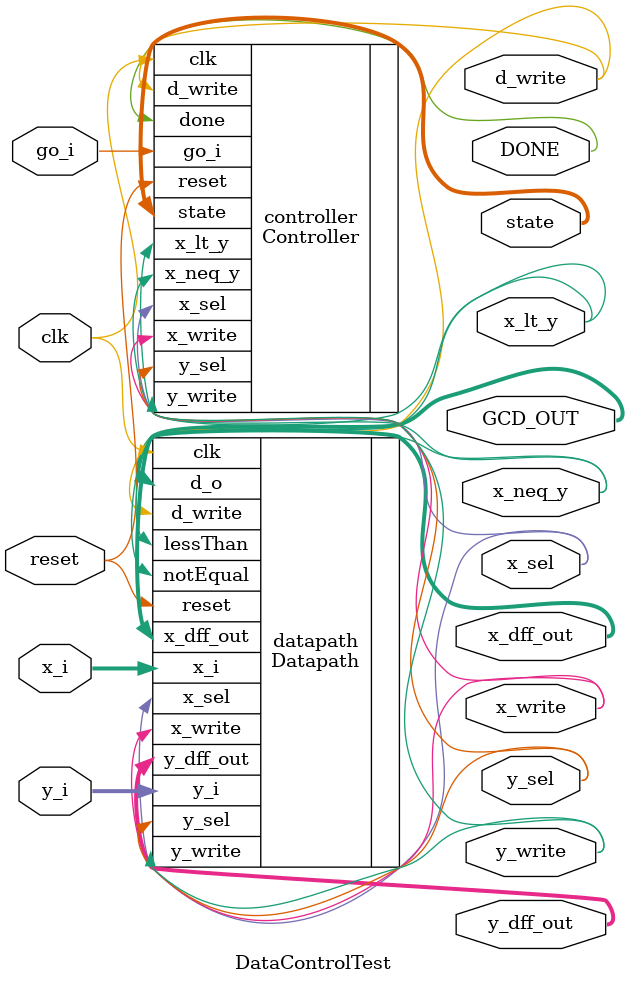
<source format=v>
`timescale 1ns / 1ps
module DataControlTest(state, x_i, y_i, x_neq_y, x_lt_y, go_i, x_sel, y_sel, x_write, 
								y_write, d_write, clk, reset, GCD_OUT, DONE, x_dff_out, y_dff_out);
	input[3:0] x_i, y_i;
	input go_i, clk, reset;
	output x_sel, y_sel, x_write, y_write, d_write, x_neq_y, x_lt_y, DONE;
	output[3:0] GCD_OUT, state, x_dff_out, y_dff_out;

	Datapath datapath(.reset(reset), .clk(clk), .x_i(x_i), .y_i(y_i), .x_sel(x_sel), .y_sel(y_sel), .x_write(x_write), 
				.y_write(y_write), .d_write(d_write), .notEqual(x_neq_y), .lessThan(x_lt_y), .d_o(GCD_OUT), .x_dff_out(x_dff_out), 
				.y_dff_out(y_dff_out));

	Controller controller(.clk(clk), .reset(reset), .go_i(go_i), .x_sel(x_sel), .x_write(x_write), .y_sel(y_sel), 
								.y_write(y_write), .d_write(d_write), .x_neq_y(x_neq_y), .x_lt_y(x_lt_y), .done(DONE), .state(state));


endmodule

</source>
